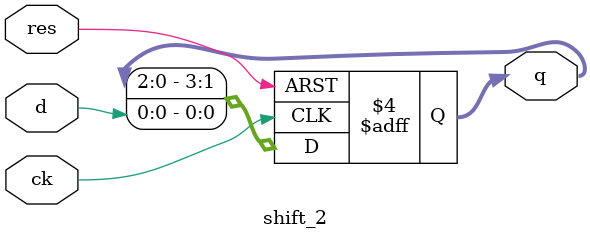
<source format=v>
module shift_2( ck, d, res, q );
    input ck, d, res;
    output [3:0] q;
    reg [3:0] q;

    always @( negedge ck or posedge res)
    begin
        if( res == 1'b1 )
            q <= 4'h0;
    else begin
            q <= q << 1;
            q[0] <= d;
        end
    end
endmodule

</source>
